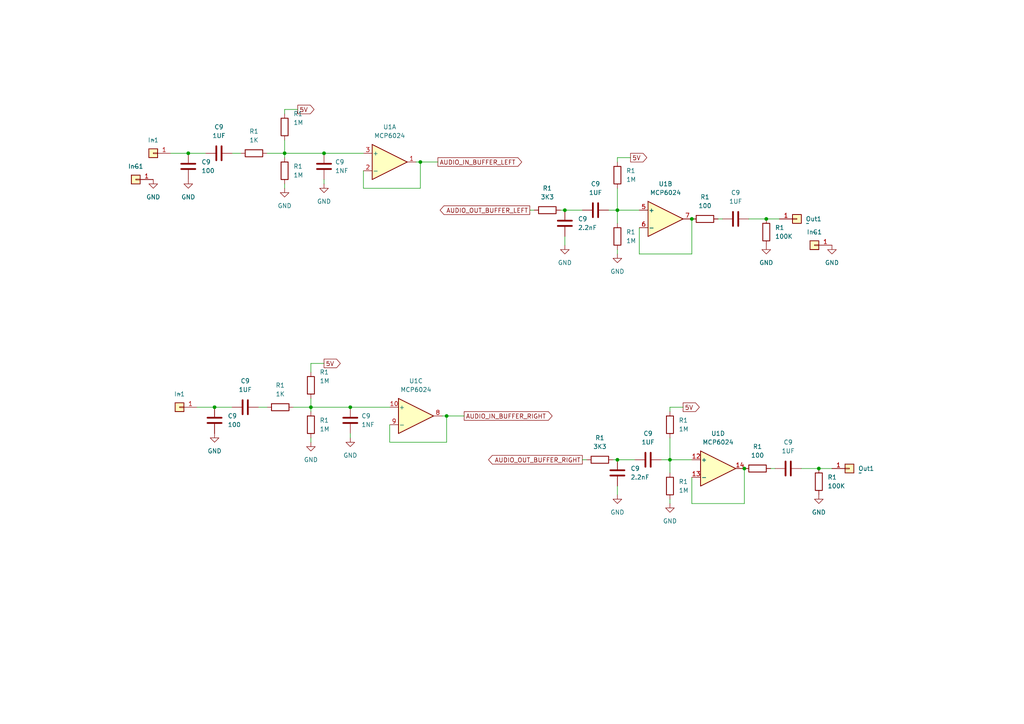
<source format=kicad_sch>
(kicad_sch (version 20230121) (generator eeschema)
  (paper "A4")
  (lib_symbols
    (symbol "Amplifier_Operational:TL074" (pin_names (offset 0.127))
      (property "Reference" "U" (at 0 5.08 0))
      (property "Value" "TL074" (at 0 -5.08 0))
      (symbol "TL074_1_1"
        (polyline (pts (xy -5.08 5.08) (xy 5.08 0) (xy -5.08 -5.08) (xy -5.08 5.08)) (stroke (width 0.254)) (fill (type background)))
        (pin output line (at 7.62 0 180) (length 2.54) (name "~") (number "1"))
        (pin input line (at -7.62 -2.54 0) (length 2.54) (name "-") (number "2"))
        (pin input line (at -7.62 2.54 0) (length 2.54) (name "+") (number "3"))
      )
      (symbol "TL074_2_1"
        (polyline (pts (xy -5.08 5.08) (xy 5.08 0) (xy -5.08 -5.08) (xy -5.08 5.08)) (stroke (width 0.254)) (fill (type background)))
        (pin input line (at -7.62 2.54 0) (length 2.54) (name "+") (number "5"))
        (pin input line (at -7.62 -2.54 0) (length 2.54) (name "-") (number "6"))
        (pin output line (at 7.62 0 180) (length 2.54) (name "~") (number "7"))
      )
      (symbol "TL074_3_1"
        (polyline (pts (xy -5.08 5.08) (xy 5.08 0) (xy -5.08 -5.08) (xy -5.08 5.08)) (stroke (width 0.254)) (fill (type background)))
        (pin input line (at -7.62 2.54 0) (length 2.54) (name "+") (number "10"))
        (pin output line (at 7.62 0 180) (length 2.54) (name "~") (number "8"))
        (pin input line (at -7.62 -2.54 0) (length 2.54) (name "-") (number "9"))
      )
      (symbol "TL074_4_1"
        (polyline (pts (xy -5.08 5.08) (xy 5.08 0) (xy -5.08 -5.08) (xy -5.08 5.08)) (stroke (width 0.254)) (fill (type background)))
        (pin input line (at -7.62 2.54 0) (length 2.54) (name "+") (number "12"))
        (pin input line (at -7.62 -2.54 0) (length 2.54) (name "-") (number "13"))
        (pin output line (at 7.62 0 180) (length 2.54) (name "~") (number "14"))
      )
      (symbol "TL074_5_1"
        (pin power_in line (at -2.54 -7.62 90) (length 3.81) (name "V-") (number "11"))
        (pin power_in line (at -2.54 7.62 270) (length 3.81) (name "V+") (number "4"))
      )
    )
    (symbol "Connector_Generic:Conn_01x01" (pin_names (offset 1.016) hide)
      (property "Reference" "J" (at 0 2.54 0))
      (property "Value" "Conn_01x01" (at 0 -2.54 0))
      (symbol "Conn_01x01_1_1"
        (rectangle (start -1.27 0.127) (end 0 -0.127) (stroke (width 0.1524)))
        (rectangle (start -1.27 1.27) (end 1.27 -1.27) (stroke (width 0.254)) (fill (type background)))
        (pin passive line (at -5.08 0 0) (length 3.81) (name "Pin_1") (number "1"))
      )
    )
    (symbol "Device:C" (pin_numbers hide) (pin_names (offset 0.254))
      (property "Reference" "C" (at 0.635 2.54 0))
      (property "Value" "C" (at 0.635 -2.54 0))
      (symbol "C_0_1"
        (polyline (pts (xy -2.032 -0.762) (xy 2.032 -0.762)) (stroke (width 0.508)))
        (polyline (pts (xy -2.032 0.762) (xy 2.032 0.762)) (stroke (width 0.508)))
      )
      (symbol "C_1_1"
        (pin passive line (at 0 3.81 270) (length 2.794) (name "~") (number "1"))
        (pin passive line (at 0 -3.81 90) (length 2.794) (name "~") (number "2"))
      )
    )
    (symbol "Device:R" (pin_numbers hide) (pin_names (offset 0))
      (property "Reference" "R" (at 2.032 0 90))
      (property "Value" "R" (at 0 0 90))
      (symbol "R_0_1"
        (rectangle (start -1.016 -2.54) (end 1.016 2.54) (stroke (width 0.254)))
      )
      (symbol "R_1_1"
        (pin passive line (at 0 3.81 270) (length 1.27) (name "~") (number "1"))
        (pin passive line (at 0 -3.81 90) (length 1.27) (name "~") (number "2"))
      )
    )
    (symbol "power:GND" (power) (pin_names (offset 0))
      (property "Value" "GND" (at 0 -3.81 0))
      (symbol "GND_0_1"
        (polyline (pts (xy 0 0) (xy 0 -1.27) (xy 1.27 -1.27) (xy 0 -2.54) (xy -1.27 -1.27) (xy 0 -1.27)))
      )
      (symbol "GND_1_1"
        (pin power_in line (at 0 0 270) (length 0) hide (name "GND") (number "1"))
      )
    )
  )
  (junction (at 163.83 60.96))
  (junction (at 90.17 118.11))
  (junction (at 93.98 44.45))
  (junction (at 101.6 118.11))
  (junction (at 179.07 133.35))
  (junction (at 237.49 135.89))
  (junction (at 200.66 63.5))
  (junction (at 222.25 63.5))
  (junction (at 215.9 135.89))
  (junction (at 121.92 46.99))
  (junction (at 82.55 44.45))
  (junction (at 54.61 44.45))
  (junction (at 62.23 118.11))
  (junction (at 179.07 60.96))
  (junction (at 129.54 120.65))
  (junction (at 194.31 133.35))
  (wire (pts (xy 179.07 54.61) (xy 179.07 60.96)))
  (wire (pts (xy 90.17 105.41) (xy 93.98 105.41)))
  (wire (pts (xy 77.47 44.45) (xy 82.55 44.45)))
  (wire (pts (xy 153.67 60.96) (xy 154.94 60.96)))
  (wire (pts (xy 232.41 135.89) (xy 237.49 135.89)))
  (wire (pts (xy 179.07 45.72) (xy 179.07 46.99)))
  (wire (pts (xy 163.83 68.58) (xy 163.83 71.12)))
  (wire (pts (xy 194.31 144.78) (xy 194.31 146.05)))
  (wire (pts (xy 185.42 66.04) (xy 185.42 73.66)))
  (wire (pts (xy 105.41 54.61) (xy 121.92 54.61)))
  (wire (pts (xy 121.92 54.61) (xy 121.92 46.99)))
  (wire (pts (xy 168.91 133.35) (xy 170.18 133.35)))
  (wire (pts (xy 93.98 44.45) (xy 105.41 44.45)))
  (wire (pts (xy 217.17 63.5) (xy 222.25 63.5)))
  (wire (pts (xy 101.6 125.73) (xy 101.6 127)))
  (wire (pts (xy 82.55 31.75) (xy 86.36 31.75)))
  (wire (pts (xy 237.49 135.89) (xy 241.3 135.89)))
  (wire (pts (xy 128.27 120.65) (xy 129.54 120.65)))
  (wire (pts (xy 129.54 120.65) (xy 134.62 120.65)))
  (wire (pts (xy 191.77 133.35) (xy 194.31 133.35)))
  (wire (pts (xy 90.17 118.11) (xy 101.6 118.11)))
  (wire (pts (xy 215.9 135.89) (xy 215.9 146.05)))
  (wire (pts (xy 129.54 128.27) (xy 129.54 120.65)))
  (wire (pts (xy 200.66 138.43) (xy 200.66 146.05)))
  (wire (pts (xy 179.07 133.35) (xy 184.15 133.35)))
  (wire (pts (xy 179.07 140.97) (xy 179.07 143.51)))
  (wire (pts (xy 90.17 105.41) (xy 90.17 107.95)))
  (wire (pts (xy 101.6 118.11) (xy 113.03 118.11)))
  (wire (pts (xy 82.55 40.64) (xy 82.55 44.45)))
  (wire (pts (xy 222.25 63.5) (xy 226.06 63.5)))
  (wire (pts (xy 179.07 60.96) (xy 179.07 64.77)))
  (wire (pts (xy 49.53 44.45) (xy 54.61 44.45)))
  (wire (pts (xy 177.8 133.35) (xy 179.07 133.35)))
  (wire (pts (xy 90.17 127) (xy 90.17 128.27)))
  (wire (pts (xy 90.17 115.57) (xy 90.17 118.11)))
  (wire (pts (xy 200.66 63.5) (xy 200.66 73.66)))
  (wire (pts (xy 185.42 73.66) (xy 200.66 73.66)))
  (wire (pts (xy 113.03 123.19) (xy 113.03 128.27)))
  (wire (pts (xy 194.31 133.35) (xy 194.31 137.16)))
  (wire (pts (xy 82.55 53.34) (xy 82.55 54.61)))
  (wire (pts (xy 208.28 63.5) (xy 209.55 63.5)))
  (wire (pts (xy 179.07 60.96) (xy 185.42 60.96)))
  (wire (pts (xy 194.31 118.11) (xy 194.31 119.38)))
  (wire (pts (xy 85.09 118.11) (xy 90.17 118.11)))
  (wire (pts (xy 82.55 44.45) (xy 82.55 45.72)))
  (wire (pts (xy 57.15 118.11) (xy 62.23 118.11)))
  (wire (pts (xy 74.93 118.11) (xy 77.47 118.11)))
  (wire (pts (xy 105.41 49.53) (xy 105.41 54.61)))
  (wire (pts (xy 162.56 60.96) (xy 163.83 60.96)))
  (wire (pts (xy 121.92 46.99) (xy 127 46.99)))
  (wire (pts (xy 90.17 118.11) (xy 90.17 119.38)))
  (wire (pts (xy 67.31 44.45) (xy 69.85 44.45)))
  (wire (pts (xy 163.83 60.96) (xy 168.91 60.96)))
  (wire (pts (xy 179.07 72.39) (xy 179.07 73.66)))
  (wire (pts (xy 200.66 146.05) (xy 215.9 146.05)))
  (wire (pts (xy 113.03 128.27) (xy 129.54 128.27)))
  (wire (pts (xy 120.65 46.99) (xy 121.92 46.99)))
  (wire (pts (xy 82.55 31.75) (xy 82.55 33.02)))
  (wire (pts (xy 194.31 127) (xy 194.31 133.35)))
  (wire (pts (xy 176.53 60.96) (xy 179.07 60.96)))
  (wire (pts (xy 93.98 52.07) (xy 93.98 53.34)))
  (wire (pts (xy 179.07 45.72) (xy 182.88 45.72)))
  (wire (pts (xy 194.31 118.11) (xy 198.12 118.11)))
  (wire (pts (xy 82.55 44.45) (xy 93.98 44.45)))
  (wire (pts (xy 194.31 133.35) (xy 200.66 133.35)))
  (wire (pts (xy 223.52 135.89) (xy 224.79 135.89)))
  (wire (pts (xy 62.23 118.11) (xy 67.31 118.11)))
  (wire (pts (xy 54.61 44.45) (xy 59.69 44.45)))
  (global_label "AUDIO_IN_BUFFER_LEFT" (shape output) (at 127 46.99 0) (property "Intersheetrefs" "${INTERSHEET_REFS}" (effects hide)))
  (global_label "5V" (shape output) (at 198.12 118.11 0) (property "Intersheetrefs" "${INTERSHEET_REFS}" (effects hide)))
  (global_label "5V" (shape output) (at 86.36 31.75 0) (property "Intersheetrefs" "${INTERSHEET_REFS}" (effects hide)))
  (global_label "5V" (shape output) (at 93.98 105.41 0) (property "Intersheetrefs" "${INTERSHEET_REFS}" (effects hide)))
  (global_label "AUDIO_IN_BUFFER_RIGHT" (shape output) (at 134.62 120.65 0) (property "Intersheetrefs" "${INTERSHEET_REFS}" (effects hide)))
  (global_label "AUDIO_OUT_BUFFER_RIGHT" (shape output) (at 168.91 133.35 180) (property "Intersheetrefs" "${INTERSHEET_REFS}" (effects hide)))
  (global_label "5V" (shape output) (at 182.88 45.72 0) (property "Intersheetrefs" "${INTERSHEET_REFS}" (effects hide)))
  (global_label "AUDIO_OUT_BUFFER_LEFT" (shape output) (at 153.67 60.96 180) (property "Intersheetrefs" "${INTERSHEET_REFS}" (effects hide)))
  (symbol (lib_id "power:GND") (at 44.45 52.07 0) (mirror y) (unit 1)
    (property "Reference" "#PWR034" (effects hide))
    (property "Value" "GND" (at 44.45 57.15 0))
    (instances (project "DaisySeedPedal1590b" (path "" (reference "#PWR034") (unit 1)) (path "" (reference "#PWR020") (unit 1))) (project "LPB1_Boost" (path "" (reference "#PWR05") (unit 1))) (project "Controls" (path "" (reference "#PWR034") (unit 1))) (project "funbox_v3" (path "" (reference "#PWR011") (unit 1)) (path "" (reference "#PWR05") (unit 1))))
  )
  (symbol (lib_id "Device:C") (at 163.83 64.77 0) (unit 1)
    (property "Reference" "C9" (at 167.64 63.5 0) (effects (justify left)))
    (property "Value" "2.2nF" (at 167.64 66.04 0) (effects (justify left)))
    (property "Footprint" "Capacitor_THT:C_Rect_L7.0mm_W2.5mm_P5.00mm" (effects hide))
    (instances (project "DaisySeedPedal1590b" (path "" (reference "C9") (unit 1))) (project "funbox_v3" (path "" (reference "C12") (unit 1)) (path "" (reference "C4") (unit 1))))
  )
  (symbol (lib_id "power:GND") (at 222.25 71.12 0) (unit 1)
    (property "Reference" "#PWR09" (effects hide))
    (property "Value" "GND" (at 222.25 76.2 0))
    (instances (project "DaisySeedPedal1590b" (path "" (reference "#PWR09") (unit 1))) (project "funbox_v3" (path "" (reference "#PWR010") (unit 1)) (path "" (reference "#PWR031") (unit 1))))
  )
  (symbol (lib_id "Device:C") (at 63.5 44.45 90) (unit 1)
    (property "Reference" "C9" (at 63.5 36.83 90))
    (property "Value" "1UF" (at 63.5 39.37 90))
    (property "Footprint" "Capacitor_THT:C_Rect_L7.0mm_W6.0mm_P5.00mm" (effects hide))
    (instances (project "DaisySeedPedal1590b" (path "" (reference "C9") (unit 1))) (project "funbox_v3" (path "" (reference "C1") (unit 1)) (path "" (reference "C11") (unit 1))))
  )
  (symbol (lib_id "Device:R") (at 194.31 123.19 0) (unit 1)
    (property "Reference" "R1" (at 196.85 121.9199 0) (effects (justify left)))
    (property "Value" "1M" (at 196.85 124.4599 0) (effects (justify left)))
    (property "Footprint" "Resistor_THT:R_Axial_DIN0207_L6.3mm_D2.5mm_P7.62mm_Horizontal" (effects hide))
    (instances (project "DaisySeedPedal1590b" (path "" (reference "R1") (unit 1))) (project "funbox_v3" (path "" (reference "R13") (unit 1)) (path "" (reference "R5") (unit 1))))
  )
  (symbol (lib_id "Amplifier_Operational:TL074") (at 113.03 46.99 0) (unit 1)
    (property "Reference" "U1" (at 113.03 36.83 0))
    (property "Value" "MCP6024" (at 113.03 39.37 0))
    (property "Footprint" "Package_DIP:DIP-14_W7.62mm" (effects hide))
    (property "Datasheet" "http://www.ti.com/lit/ds/symlink/tl071.pdf" (effects hide))
  )
  (symbol (lib_id "Device:R") (at 158.75 60.96 90) (unit 1)
    (property "Reference" "R1" (at 158.75 54.61 90))
    (property "Value" "3K3" (at 158.75 57.15 90))
    (property "Footprint" "Resistor_THT:R_Axial_DIN0207_L6.3mm_D2.5mm_P7.62mm_Horizontal" (effects hide))
    (instances (project "DaisySeedPedal1590b" (path "" (reference "R1") (unit 1))) (project "funbox_v3" (path "" (reference "R11") (unit 1)) (path "" (reference "R2") (unit 1))))
  )
  (symbol (lib_id "Device:R") (at 237.49 139.7 180) (unit 1)
    (property "Reference" "R1" (at 240.03 138.43 0) (effects (justify right)))
    (property "Value" "100K" (at 240.03 140.97 0) (effects (justify right)))
    (property "Footprint" "Resistor_THT:R_Axial_DIN0207_L6.3mm_D2.5mm_P7.62mm_Horizontal" (effects hide))
    (instances (project "DaisySeedPedal1590b" (path "" (reference "R1") (unit 1))) (project "funbox_v3" (path "" (reference "R18") (unit 1)) (path "" (reference "R17") (unit 1))))
  )
  (symbol (lib_id "Device:R") (at 173.99 133.35 90) (unit 1)
    (property "Reference" "R1" (at 173.99 127 90))
    (property "Value" "3K3" (at 173.99 129.54 90))
    (property "Footprint" "Resistor_THT:R_Axial_DIN0207_L6.3mm_D2.5mm_P7.62mm_Horizontal" (effects hide))
    (instances (project "DaisySeedPedal1590b" (path "" (reference "R1") (unit 1))) (project "funbox_v3" (path "" (reference "R10") (unit 1)) (path "" (reference "R1") (unit 1))))
  )
  (symbol (lib_id "power:GND") (at 194.31 146.05 0) (unit 1)
    (property "Reference" "#PWR09" (effects hide))
    (property "Value" "GND" (at 194.31 151.13 0))
    (instances (project "DaisySeedPedal1590b" (path "" (reference "#PWR09") (unit 1))) (project "funbox_v3" (path "" (reference "#PWR027") (unit 1)) (path "" (reference "#PWR010") (unit 1))))
  )
  (symbol (lib_id "Device:C") (at 54.61 48.26 0) (unit 1)
    (property "Reference" "C9" (at 58.42 46.99 0) (effects (justify left)))
    (property "Value" "100" (at 58.42 49.53 0) (effects (justify left)))
    (property "Footprint" "Capacitor_THT:C_Rect_L7.0mm_W2.5mm_P5.00mm" (effects hide))
    (instances (project "DaisySeedPedal1590b" (path "" (reference "C9") (unit 1))) (project "funbox_v3" (path "" (reference "C2") (unit 1)) (path "" (reference "C2") (unit 1))))
  )
  (symbol (lib_id "power:GND") (at 82.55 54.61 0) (unit 1)
    (property "Reference" "#PWR09" (effects hide))
    (property "Value" "GND" (at 82.55 59.69 0))
    (instances (project "DaisySeedPedal1590b" (path "" (reference "#PWR09") (unit 1))) (project "funbox_v3" (path "" (reference "#PWR05") (unit 1)) (path "" (reference "#PWR023") (unit 1))))
  )
  (symbol (lib_id "Amplifier_Operational:TL074") (at 120.65 120.65 0) (unit 3)
    (property "Reference" "U1" (at 120.65 110.49 0))
    (property "Value" "MCP6024" (at 120.65 113.03 0))
    (property "Footprint" "Package_DIP:DIP-14_W7.62mm" (effects hide))
    (property "Datasheet" "http://www.ti.com/lit/ds/symlink/tl071.pdf" (effects hide))
  )
  (symbol (lib_id "Amplifier_Operational:TL074") (at 193.04 63.5 0) (unit 2)
    (property "Reference" "U1" (at 193.04 53.34 0))
    (property "Value" "MCP6024" (at 193.04 55.88 0))
    (property "Footprint" "Package_DIP:DIP-14_W7.62mm" (effects hide))
    (property "Datasheet" "http://www.ti.com/lit/ds/symlink/tl071.pdf" (effects hide))
  )
  (symbol (lib_id "Device:C") (at 62.23 121.92 0) (unit 1)
    (property "Reference" "C9" (at 66.04 120.65 0) (effects (justify left)))
    (property "Value" "100" (at 66.04 123.19 0) (effects (justify left)))
    (property "Footprint" "Capacitor_THT:C_Rect_L7.0mm_W2.5mm_P5.00mm" (effects hide))
    (instances (project "DaisySeedPedal1590b" (path "" (reference "C9") (unit 1))) (project "funbox_v3" (path "" (reference "C11") (unit 1)) (path "" (reference "C1") (unit 1))))
  )
  (symbol (lib_id "Device:C") (at 101.6 121.92 180) (unit 1)
    (property "Reference" "C9" (at 104.8084 120.65 0) (effects (justify right)))
    (property "Value" "1NF" (at 104.8084 123.19 0) (effects (justify right)))
    (property "Footprint" "Capacitor_THT:C_Rect_L7.0mm_W2.5mm_P5.00mm" (effects hide))
    (instances (project "DaisySeedPedal1590b" (path "" (reference "C9") (unit 1))) (project "funbox_v3" (path "" (reference "C16") (unit 1)) (path "" (reference "C14") (unit 1))))
  )
  (symbol (lib_id "power:GND") (at 237.49 143.51 0) (unit 1)
    (property "Reference" "#PWR09" (effects hide))
    (property "Value" "GND" (at 237.49 148.59 0))
    (instances (project "DaisySeedPedal1590b" (path "" (reference "#PWR09") (unit 1))) (project "funbox_v3" (path "" (reference "#PWR037") (unit 1)) (path "" (reference "#PWR029") (unit 1))))
  )
  (symbol (lib_id "power:GND") (at 163.83 71.12 0) (unit 1)
    (property "Reference" "#PWR09" (effects hide))
    (property "Value" "GND" (at 163.83 76.2 0))
  )
  (symbol (lib_id "power:GND") (at 62.23 125.73 0) (unit 1)
    (property "Reference" "#PWR09" (effects hide))
    (property "Value" "GND" (at 62.23 130.81 0))
    (instances (project "DaisySeedPedal1590b" (path "" (reference "#PWR09") (unit 1))) (project "funbox_v3" (path "" (reference "#PWR023") (unit 1)) (path "" (reference "#PWR06") (unit 1))))
  )
  (symbol (lib_id "Connector_Generic:Conn_01x01") (at 52.07 118.11 180) (unit 1)
    (property "Reference" "In1" (at 52.07 114.3 0))
    (property "Value" "~" (at 52.07 114.3 0))
    (property "Footprint" "TestPoint:TestPoint_THTPad_D2.0mm_Drill1.0mm" (effects hide))
    (instances (project "LPB1_Boost" (path "" (reference "In1") (unit 1))) (project "funbox_v3" (path "" (reference "In2") (unit 1)) (path "" (reference "In1") (unit 1))))
  )
  (symbol (lib_id "Device:R") (at 204.47 63.5 90) (unit 1)
    (property "Reference" "R1" (at 204.47 57.15 90))
    (property "Value" "100" (at 204.47 59.69 90))
    (property "Footprint" "Resistor_THT:R_Axial_DIN0207_L6.3mm_D2.5mm_P7.62mm_Horizontal" (effects hide))
    (instances (project "DaisySeedPedal1590b" (path "" (reference "R1") (unit 1))) (project "funbox_v3" (path "" (reference "R4") (unit 1)) (path "" (reference "R16") (unit 1))))
  )
  (symbol (lib_id "Connector_Generic:Conn_01x01") (at 246.38 135.89 0) (unit 1)
    (property "Reference" "Out1" (at 248.92 135.89 0) (effects (justify left)))
    (property "Value" "~" (at 248.92 137.16 0) (effects (justify left)))
    (property "Footprint" "TestPoint:TestPoint_THTPad_D2.0mm_Drill1.0mm" (effects hide))
    (instances (project "LPB1_Boost" (path "" (reference "Out1") (unit 1))) (project "funbox_v3" (path "" (reference "Out2") (unit 1)) (path "" (reference "Out1") (unit 1))))
  )
  (symbol (lib_id "Connector_Generic:Conn_01x01") (at 44.45 44.45 180) (unit 1)
    (property "Reference" "In1" (at 44.45 40.64 0))
    (property "Value" "~" (at 44.45 40.64 0))
    (property "Footprint" "TestPoint:TestPoint_THTPad_D2.0mm_Drill1.0mm" (effects hide))
    (instances (project "LPB1_Boost" (path "" (reference "In1") (unit 1))) (project "funbox_v3" (path "" (reference "In1") (unit 1)) (path "" (reference "In2") (unit 1))))
  )
  (symbol (lib_id "Device:R") (at 82.55 49.53 0) (unit 1)
    (property "Reference" "R1" (at 85.09 48.2599 0) (effects (justify left)))
    (property "Value" "1M" (at 85.09 50.7999 0) (effects (justify left)))
    (property "Footprint" "Resistor_THT:R_Axial_DIN0207_L6.3mm_D2.5mm_P7.62mm_Horizontal" (effects hide))
    (instances (project "DaisySeedPedal1590b" (path "" (reference "R1") (unit 1))) (project "funbox_v3" (path "" (reference "R1") (unit 1)) (path "" (reference "R14") (unit 1))))
  )
  (symbol (lib_id "power:GND") (at 101.6 127 0) (unit 1)
    (property "Reference" "#PWR09" (effects hide))
    (property "Value" "GND" (at 101.6 132.08 0))
    (instances (project "DaisySeedPedal1590b" (path "" (reference "#PWR09") (unit 1))) (project "funbox_v3" (path "" (reference "#PWR031") (unit 1)) (path "" (reference "#PWR025") (unit 1))))
  )
  (symbol (lib_id "Device:R") (at 179.07 50.8 0) (unit 1)
    (property "Reference" "R1" (at 181.61 49.5299 0) (effects (justify left)))
    (property "Value" "1M" (at 181.61 52.0699 0) (effects (justify left)))
    (property "Footprint" "Resistor_THT:R_Axial_DIN0207_L6.3mm_D2.5mm_P7.62mm_Horizontal" (effects hide))
    (instances (project "DaisySeedPedal1590b" (path "" (reference "R1") (unit 1))) (project "funbox_v3" (path "" (reference "R5") (unit 1)) (path "" (reference "R7") (unit 1))))
  )
  (symbol (lib_id "Connector_Generic:Conn_01x01") (at 236.22 71.12 180) (unit 1)
    (property "Reference" "InG1" (at 236.22 67.31 0))
    (property "Value" "~" (at 236.22 67.31 0))
    (property "Footprint" "TestPoint:TestPoint_THTPad_D2.0mm_Drill1.0mm" (effects hide))
    (instances (project "LPB1_Boost" (path "" (reference "InG1") (unit 1))) (project "funbox_v3" (path "" (reference "OutG1") (unit 1)) (path "" (reference "InG2") (unit 1))))
  )
  (symbol (lib_id "Device:C") (at 187.96 133.35 90) (unit 1)
    (property "Reference" "C9" (at 187.96 125.73 90))
    (property "Value" "1UF" (at 187.96 128.27 90))
    (property "Footprint" "Capacitor_THT:C_Rect_L7.0mm_W6.0mm_P5.00mm" (effects hide))
    (instances (project "DaisySeedPedal1590b" (path "" (reference "C9") (unit 1))) (project "funbox_v3" (path "" (reference "C15") (unit 1)) (path "" (reference "C12") (unit 1))))
  )
  (symbol (lib_id "Device:C") (at 172.72 60.96 90) (unit 1)
    (property "Reference" "C9" (at 172.72 53.34 90))
    (property "Value" "1UF" (at 172.72 55.88 90))
    (property "Footprint" "Capacitor_THT:C_Rect_L7.0mm_W6.0mm_P5.00mm" (effects hide))
    (instances (project "DaisySeedPedal1590b" (path "" (reference "C9") (unit 1))) (project "funbox_v3" (path "" (reference "C4") (unit 1)) (path "" (reference "C13") (unit 1))))
  )
  (symbol (lib_id "power:GND") (at 241.3 71.12 0) (mirror y) (unit 1)
    (property "Reference" "#PWR034" (effects hide))
    (property "Value" "GND" (at 241.3 76.2 0))
    (instances (project "DaisySeedPedal1590b" (path "" (reference "#PWR034") (unit 1)) (path "" (reference "#PWR020") (unit 1))) (project "LPB1_Boost" (path "" (reference "#PWR05") (unit 1))) (project "Controls" (path "" (reference "#PWR034") (unit 1))) (project "funbox_v3" (path "" (reference "#PWR012") (unit 1)) (path "" (reference "#PWR037") (unit 1))))
  )
  (symbol (lib_id "Connector_Generic:Conn_01x01") (at 39.37 52.07 180) (unit 1)
    (property "Reference" "InG1" (at 39.37 48.26 0))
    (property "Value" "~" (at 39.37 48.26 0))
    (property "Footprint" "TestPoint:TestPoint_THTPad_D2.0mm_Drill1.0mm" (effects hide))
  )
  (symbol (lib_id "Connector_Generic:Conn_01x01") (at 231.14 63.5 0) (unit 1)
    (property "Reference" "Out1" (at 233.68 63.5 0) (effects (justify left)))
    (property "Value" "~" (at 233.68 64.77 0) (effects (justify left)))
    (property "Footprint" "TestPoint:TestPoint_THTPad_D2.0mm_Drill1.0mm" (effects hide))
    (instances (project "LPB1_Boost" (path "" (reference "Out1") (unit 1))) (project "funbox_v3" (path "" (reference "Out1") (unit 1)) (path "" (reference "Out2") (unit 1))))
  )
  (symbol (lib_id "Device:R") (at 90.17 111.76 0) (unit 1)
    (property "Reference" "R1" (at 92.71 107.95 0) (effects (justify left)))
    (property "Value" "1M" (at 92.71 110.49 0) (effects (justify left)))
    (property "Footprint" "Resistor_THT:R_Axial_DIN0207_L6.3mm_D2.5mm_P7.62mm_Horizontal" (effects hide))
    (instances (project "DaisySeedPedal1590b" (path "" (reference "R1") (unit 1))) (project "funbox_v3" (path "" (reference "R15") (unit 1)) (path "" (reference "R11") (unit 1))))
  )
  (symbol (lib_id "Device:R") (at 73.66 44.45 90) (unit 1)
    (property "Reference" "R1" (at 73.66 38.1 90))
    (property "Value" "1K" (at 73.66 40.64 90))
    (property "Footprint" "Resistor_THT:R_Axial_DIN0207_L6.3mm_D2.5mm_P7.62mm_Horizontal" (effects hide))
    (instances (project "DaisySeedPedal1590b" (path "" (reference "R1") (unit 1))) (project "funbox_v3" (path "" (reference "R3") (unit 1)) (path "" (reference "R4") (unit 1))))
  )
  (symbol (lib_id "Device:R") (at 90.17 123.19 0) (unit 1)
    (property "Reference" "R1" (at 92.71 121.9199 0) (effects (justify left)))
    (property "Value" "1M" (at 92.71 124.4599 0) (effects (justify left)))
    (property "Footprint" "Resistor_THT:R_Axial_DIN0207_L6.3mm_D2.5mm_P7.62mm_Horizontal" (effects hide))
    (instances (project "DaisySeedPedal1590b" (path "" (reference "R1") (unit 1))) (project "funbox_v3" (path "" (reference "R16") (unit 1)) (path "" (reference "R12") (unit 1))))
  )
  (symbol (lib_id "power:GND") (at 179.07 143.51 0) (unit 1)
    (property "Reference" "#PWR09" (effects hide))
    (property "Value" "GND" (at 179.07 148.59 0))
    (instances (project "DaisySeedPedal1590b" (path "" (reference "#PWR09") (unit 1))) (project "funbox_v3" (path "" (reference "#PWR025") (unit 1)) (path "" (reference "#PWR08") (unit 1))))
  )
  (symbol (lib_id "Amplifier_Operational:TL074") (at 208.28 135.89 0) (unit 4)
    (property "Reference" "U1" (at 208.28 125.73 0))
    (property "Value" "MCP6024" (at 208.28 128.27 0))
    (property "Footprint" "Package_DIP:DIP-14_W7.62mm" (effects hide))
    (property "Datasheet" "http://www.ti.com/lit/ds/symlink/tl071.pdf" (effects hide))
  )
  (symbol (lib_id "Device:R") (at 222.25 67.31 180) (unit 1)
    (property "Reference" "R1" (at 224.79 66.04 0) (effects (justify right)))
    (property "Value" "100K" (at 224.79 68.58 0) (effects (justify right)))
    (property "Footprint" "Resistor_THT:R_Axial_DIN0207_L6.3mm_D2.5mm_P7.62mm_Horizontal" (effects hide))
    (instances (project "DaisySeedPedal1590b" (path "" (reference "R1") (unit 1))) (project "funbox_v3" (path "" (reference "R7") (unit 1)) (path "" (reference "R18") (unit 1))))
  )
  (symbol (lib_id "power:GND") (at 179.07 73.66 0) (unit 1)
    (property "Reference" "#PWR09" (effects hide))
    (property "Value" "GND" (at 179.07 78.74 0))
    (instances (project "DaisySeedPedal1590b" (path "" (reference "#PWR09") (unit 1))) (project "funbox_v3" (path "" (reference "#PWR08") (unit 1)) (path "" (reference "#PWR011") (unit 1))))
  )
  (symbol (lib_id "power:GND") (at 54.61 52.07 0) (unit 1)
    (property "Reference" "#PWR09" (effects hide))
    (property "Value" "GND" (at 54.61 57.15 0))
    (instances (project "DaisySeedPedal1590b" (path "" (reference "#PWR09") (unit 1))) (project "funbox_v3" (path "" (reference "#PWR06") (unit 1)) (path "" (reference "#PWR07") (unit 1))))
  )
  (symbol (lib_id "Device:C") (at 179.07 137.16 0) (unit 1)
    (property "Reference" "C9" (at 182.88 135.89 0) (effects (justify left)))
    (property "Value" "2.2nF" (at 182.88 138.43 0) (effects (justify left)))
    (property "Footprint" "Capacitor_THT:C_Rect_L7.0mm_W2.5mm_P5.00mm" (effects hide))
    (instances (project "DaisySeedPedal1590b" (path "" (reference "C9") (unit 1))) (project "funbox_v3" (path "" (reference "C13") (unit 1)) (path "" (reference "C3") (unit 1))))
  )
  (symbol (lib_id "Device:C") (at 213.36 63.5 270) (unit 1)
    (property "Reference" "C9" (at 213.36 55.88 90))
    (property "Value" "1UF" (at 213.36 58.42 90))
    (property "Footprint" "Capacitor_THT:C_Rect_L7.0mm_W6.0mm_P5.00mm" (effects hide))
    (instances (project "DaisySeedPedal1590b" (path "" (reference "C9") (unit 1))) (project "funbox_v3" (path "" (reference "C5") (unit 1)) (path "" (reference "C17") (unit 1))))
  )
  (symbol (lib_id "Device:C") (at 228.6 135.89 270) (unit 1)
    (property "Reference" "C9" (at 228.6 128.27 90))
    (property "Value" "1UF" (at 228.6 130.81 90))
    (property "Footprint" "Capacitor_THT:C_Rect_L7.0mm_W6.0mm_P5.00mm" (effects hide))
    (instances (project "DaisySeedPedal1590b" (path "" (reference "C9") (unit 1))) (project "funbox_v3" (path "" (reference "C17") (unit 1)) (path "" (reference "C16") (unit 1))))
  )
  (symbol (lib_id "Device:R") (at 194.31 140.97 0) (unit 1)
    (property "Reference" "R1" (at 196.85 139.6999 0) (effects (justify left)))
    (property "Value" "1M" (at 196.85 142.2399 0) (effects (justify left)))
    (property "Footprint" "Resistor_THT:R_Axial_DIN0207_L6.3mm_D2.5mm_P7.62mm_Horizontal" (effects hide))
    (instances (project "DaisySeedPedal1590b" (path "" (reference "R1") (unit 1))) (project "funbox_v3" (path "" (reference "R14") (unit 1)) (path "" (reference "R6") (unit 1))))
  )
  (symbol (lib_id "Device:R") (at 81.28 118.11 90) (unit 1)
    (property "Reference" "R1" (at 81.28 111.76 90))
    (property "Value" "1K" (at 81.28 114.3 90))
    (property "Footprint" "Resistor_THT:R_Axial_DIN0207_L6.3mm_D2.5mm_P7.62mm_Horizontal" (effects hide))
    (instances (project "DaisySeedPedal1590b" (path "" (reference "R1") (unit 1))) (project "funbox_v3" (path "" (reference "R12") (unit 1)) (path "" (reference "R3") (unit 1))))
  )
  (symbol (lib_id "Device:R") (at 219.71 135.89 90) (unit 1)
    (property "Reference" "R1" (at 219.71 129.54 90))
    (property "Value" "100" (at 219.71 132.08 90))
    (property "Footprint" "Resistor_THT:R_Axial_DIN0207_L6.3mm_D2.5mm_P7.62mm_Horizontal" (effects hide))
    (instances (project "DaisySeedPedal1590b" (path "" (reference "R1") (unit 1))) (project "funbox_v3" (path "" (reference "R17") (unit 1)) (path "" (reference "R15") (unit 1))))
  )
  (symbol (lib_id "Device:R") (at 179.07 68.58 0) (unit 1)
    (property "Reference" "R1" (at 181.61 67.3099 0) (effects (justify left)))
    (property "Value" "1M" (at 181.61 69.8499 0) (effects (justify left)))
    (property "Footprint" "Resistor_THT:R_Axial_DIN0207_L6.3mm_D2.5mm_P7.62mm_Horizontal" (effects hide))
    (instances (project "DaisySeedPedal1590b" (path "" (reference "R1") (unit 1))) (project "funbox_v3" (path "" (reference "R6") (unit 1)) (path "" (reference "R10") (unit 1))))
  )
  (symbol (lib_id "power:GND") (at 93.98 53.34 0) (unit 1)
    (property "Reference" "#PWR09" (effects hide))
    (property "Value" "GND" (at 93.98 58.42 0))
    (instances (project "DaisySeedPedal1590b" (path "" (reference "#PWR09") (unit 1))) (project "funbox_v3" (path "" (reference "#PWR07") (unit 1)) (path "" (reference "#PWR027") (unit 1))))
  )
  (symbol (lib_id "power:GND") (at 90.17 128.27 0) (unit 1)
    (property "Reference" "#PWR09" (effects hide))
    (property "Value" "GND" (at 90.17 133.35 0))
    (instances (project "DaisySeedPedal1590b" (path "" (reference "#PWR09") (unit 1))) (project "funbox_v3" (path "" (reference "#PWR029") (unit 1)) (path "" (reference "#PWR012") (unit 1))))
  )
  (symbol (lib_id "Device:R") (at 82.55 36.83 0) (unit 1)
    (property "Reference" "R1" (at 85.09 33.02 0) (effects (justify left)))
    (property "Value" "1M" (at 85.09 35.56 0) (effects (justify left)))
    (property "Footprint" "Resistor_THT:R_Axial_DIN0207_L6.3mm_D2.5mm_P7.62mm_Horizontal" (effects hide))
    (instances (project "DaisySeedPedal1590b" (path "" (reference "R1") (unit 1))) (project "funbox_v3" (path "" (reference "R2") (unit 1)) (path "" (reference "R13") (unit 1))))
  )
  (symbol (lib_id "Device:C") (at 93.98 48.26 180) (unit 1)
    (property "Reference" "C9" (at 97.1884 46.99 0) (effects (justify right)))
    (property "Value" "1NF" (at 97.1884 49.53 0) (effects (justify right)))
    (property "Footprint" "Capacitor_THT:C_Rect_L7.0mm_W2.5mm_P5.00mm" (effects hide))
    (instances (project "DaisySeedPedal1590b" (path "" (reference "C9") (unit 1))) (project "funbox_v3" (path "" (reference "C3") (unit 1)) (path "" (reference "C15") (unit 1))))
  )
  (symbol (lib_id "Device:C") (at 71.12 118.11 90) (unit 1)
    (property "Reference" "C9" (at 71.12 110.49 90))
    (property "Value" "1UF" (at 71.12 113.03 90))
    (property "Footprint" "Capacitor_THT:C_Rect_L7.0mm_W6.0mm_P5.00mm" (effects hide))
    (instances (project "DaisySeedPedal1590b" (path "" (reference "C9") (unit 1))) (project "funbox_v3" (path "" (reference "C14") (unit 1)) (path "" (reference "C5") (unit 1))))
  )
)
</source>
